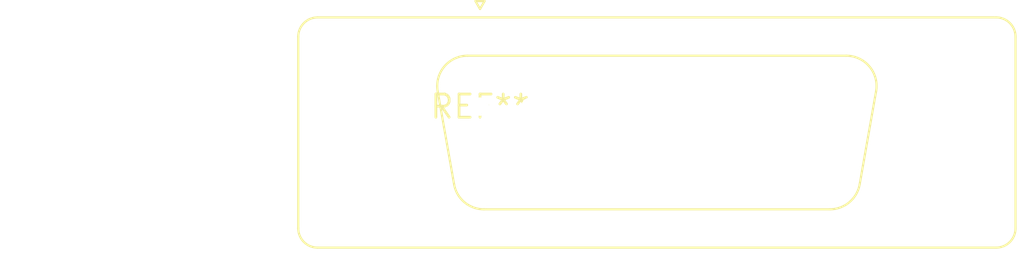
<source format=kicad_pcb>
(kicad_pcb (version 20240108) (generator pcbnew)
  (layers (0 "F.Cu" signal) (31 "B.Cu" signal) (34 "B.Paste" user) (35 "F.Paste" user) (36 "B.SilkS" user "B.Silkscreen") (37 "F.SilkS" user "F.Silkscreen") (38 "B.Mask" user) (39 "F.Mask" user) (44 "Edge.Cuts" user))
  (net 0 "")
  (footprint "DSUB-15_Male_Vertical_P2.77x2.84mm_MountingHoles" (layer "F.Cu") (at 0 0)
    (property "Reference" "REF**")
    (property "Value" "DSUB-15_Male_Vertical_P2.77x2.84mm_MountingHoles")
    (fp_line (start -9.965 6.67) (end -9.965 -3.83) (layer "F.SilkS") (stroke (width 0.12)))
    (fp_line (start -8.905 -4.89) (end 28.295 -4.89) (layer "F.SilkS") (stroke (width 0.12)))
    (fp_line (start -2.32147 -0.841744) (end -1.422202 4.258256) (layer "F.SilkS") (stroke (width 0.12)))
    (fp_line (start -0.686689 -2.79) (end 20.076689 -2.79) (layer "F.SilkS") (stroke (width 0.12)))
    (fp_line (start -0.25 -5.784338) (end 0.25 -5.784338) (layer "F.SilkS") (stroke (width 0.12)))
    (fp_line (start 0 -5.351325) (end -0.25 -5.784338) (layer "F.SilkS") (stroke (width 0.12)))
    (fp_line (start 0.212579 5.63) (end 19.177421 5.63) (layer "F.SilkS") (stroke (width 0.12)))
    (fp_line (start 0.25 -5.784338) (end 0 -5.351325) (layer "F.SilkS") (stroke (width 0.12)))
    (fp_line (start 21.71147 -0.841744) (end 20.812202 4.258256) (layer "F.SilkS") (stroke (width 0.12)))
    (fp_line (start 28.295 7.73) (end -8.905 7.73) (layer "F.SilkS") (stroke (width 0.12)))
    (fp_line (start 29.355 -3.83) (end 29.355 6.67) (layer "F.SilkS") (stroke (width 0.12)))
    (fp_arc (start -9.965 -3.83) (mid -9.654533 -4.579533) (end -8.905 -4.89) (layer "F.SilkS") (stroke (width 0.12)))
    (fp_arc (start -8.905 7.73) (mid -9.654533 7.419533) (end -9.965 6.67) (layer "F.SilkS") (stroke (width 0.12)))
    (fp_arc (start -2.32147 -0.841744) (mid -1.958323 -2.197028) (end -0.686689 -2.79) (layer "F.SilkS") (stroke (width 0.12)))
    (fp_arc (start 0.212579 5.63) (mid -0.854448 5.241634) (end -1.422202 4.258256) (layer "F.SilkS") (stroke (width 0.12)))
    (fp_arc (start 20.076689 -2.79) (mid 21.348323 -2.197027) (end 21.71147 -0.841744) (layer "F.SilkS") (stroke (width 0.12)))
    (fp_arc (start 20.812202 4.258256) (mid 20.244449 5.241634) (end 19.177421 5.63) (layer "F.SilkS") (stroke (width 0.12)))
    (fp_arc (start 28.295 -4.89) (mid 29.044533 -4.579533) (end 29.355 -3.83) (layer "F.SilkS") (stroke (width 0.12)))
    (fp_arc (start 29.355 6.67) (mid 29.044533 7.419533) (end 28.295 7.73) (layer "F.SilkS") (stroke (width 0.12)))
    (pad "0" thru_hole circle (at -6.955 1.42) (size 4 4) (drill 3.2) (layers *.Cu *.Mask) (remove_unused_layers))
    (pad "0" thru_hole circle (at 26.345 1.42) (size 4 4) (drill 3.2) (layers *.Cu *.Mask) (remove_unused_layers))
    (pad "1" thru_hole rect (at 0 0) (size 1.6 1.6) (drill 1) (layers *.Cu *.Mask) (remove_unused_layers))
    (pad "2" thru_hole circle (at 2.77 0) (size 1.6 1.6) (drill 1) (layers *.Cu *.Mask) (remove_unused_layers))
    (pad "3" thru_hole circle (at 5.54 0) (size 1.6 1.6) (drill 1) (layers *.Cu *.Mask) (remove_unused_layers))
    (pad "4" thru_hole circle (at 8.31 0) (size 1.6 1.6) (drill 1) (layers *.Cu *.Mask) (remove_unused_layers))
    (pad "5" thru_hole circle (at 11.08 0) (size 1.6 1.6) (drill 1) (layers *.Cu *.Mask) (remove_unused_layers))
    (pad "6" thru_hole circle (at 13.85 0) (size 1.6 1.6) (drill 1) (layers *.Cu *.Mask) (remove_unused_layers))
    (pad "7" thru_hole circle (at 16.62 0) (size 1.6 1.6) (drill 1) (layers *.Cu *.Mask) (remove_unused_layers))
    (pad "8" thru_hole circle (at 19.39 0) (size 1.6 1.6) (drill 1) (layers *.Cu *.Mask) (remove_unused_layers))
    (pad "9" thru_hole circle (at 1.385 2.84) (size 1.6 1.6) (drill 1) (layers *.Cu *.Mask) (remove_unused_layers))
    (pad "10" thru_hole circle (at 4.155 2.84) (size 1.6 1.6) (drill 1) (layers *.Cu *.Mask) (remove_unused_layers))
    (pad "11" thru_hole circle (at 6.925 2.84) (size 1.6 1.6) (drill 1) (layers *.Cu *.Mask) (remove_unused_layers))
    (pad "12" thru_hole circle (at 9.695 2.84) (size 1.6 1.6) (drill 1) (layers *.Cu *.Mask) (remove_unused_layers))
    (pad "13" thru_hole circle (at 12.465 2.84) (size 1.6 1.6) (drill 1) (layers *.Cu *.Mask) (remove_unused_layers))
    (pad "14" thru_hole circle (at 15.235 2.84) (size 1.6 1.6) (drill 1) (layers *.Cu *.Mask) (remove_unused_layers))
    (pad "15" thru_hole circle (at 18.005 2.84) (size 1.6 1.6) (drill 1) (layers *.Cu *.Mask) (remove_unused_layers))
  )
)
</source>
